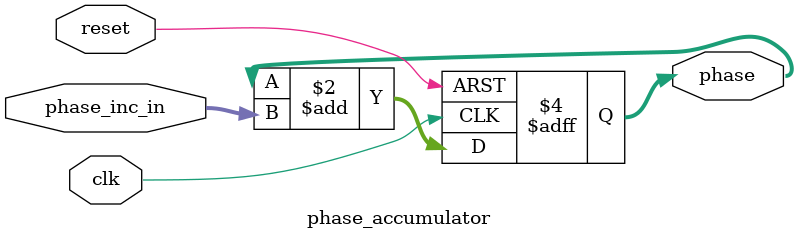
<source format=v>
module phase_accumulator #(
    parameter ACC_WIDTH = 24
)(
    input wire clk,
    input wire reset,
    input wire [ACC_WIDTH-1:0] phase_inc_in, // Phase increment from MIDI freq ROM
    output reg  [ACC_WIDTH-1:0] phase = 0
);

    always @(posedge clk or posedge reset) begin
        if (reset)
            phase <= 0;
        else
            phase <= phase + phase_inc_in;
    end

endmodule

</source>
